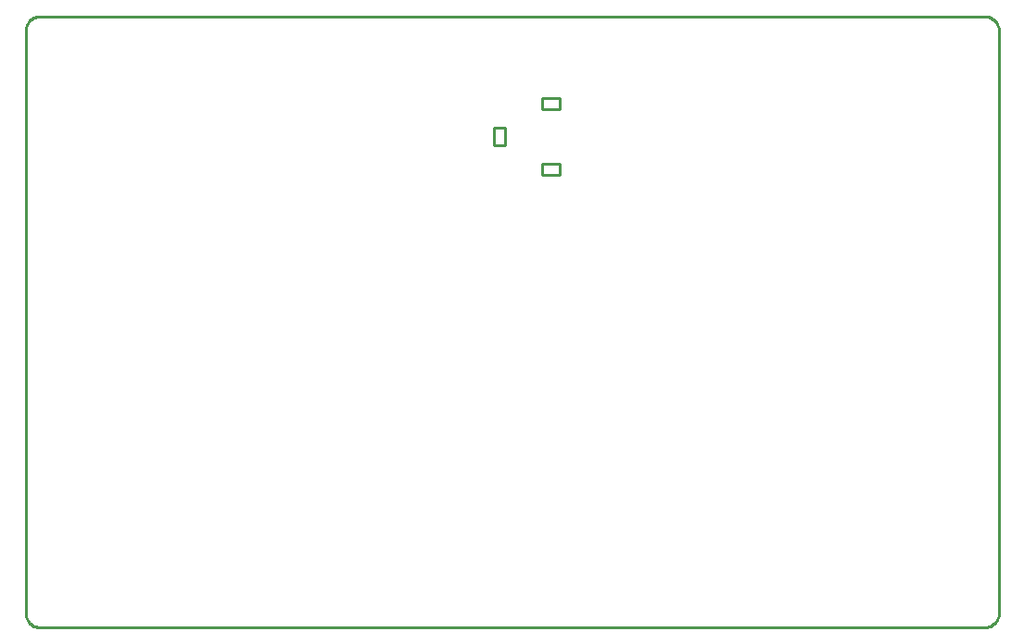
<source format=gbr>
G04 EAGLE Gerber RS-274X export*
G75*
%MOMM*%
%FSLAX34Y34*%
%LPD*%
%IN*%
%IPPOS*%
%AMOC8*
5,1,8,0,0,1.08239X$1,22.5*%
G01*
%ADD10C,0.254000*%


D10*
X0Y12700D02*
X48Y11593D01*
X193Y10495D01*
X433Y9413D01*
X766Y8356D01*
X1190Y7333D01*
X1701Y6350D01*
X2297Y5416D01*
X2971Y4537D01*
X3720Y3720D01*
X4537Y2971D01*
X5416Y2297D01*
X6350Y1701D01*
X7333Y1190D01*
X8356Y766D01*
X9413Y433D01*
X10495Y193D01*
X11593Y48D01*
X12700Y0D01*
X876300Y0D01*
X877407Y48D01*
X878505Y193D01*
X879587Y433D01*
X880644Y766D01*
X881667Y1190D01*
X882650Y1701D01*
X883584Y2297D01*
X884463Y2971D01*
X885280Y3720D01*
X886029Y4537D01*
X886703Y5416D01*
X887299Y6350D01*
X887810Y7333D01*
X888234Y8356D01*
X888567Y9413D01*
X888807Y10495D01*
X888952Y11593D01*
X889000Y12700D01*
X889000Y546100D01*
X888952Y547207D01*
X888807Y548305D01*
X888567Y549387D01*
X888234Y550444D01*
X887810Y551467D01*
X887299Y552450D01*
X886703Y553384D01*
X886029Y554263D01*
X885280Y555080D01*
X884463Y555829D01*
X883584Y556503D01*
X882650Y557099D01*
X881667Y557610D01*
X880644Y558034D01*
X879587Y558367D01*
X878505Y558607D01*
X877407Y558752D01*
X876300Y558800D01*
X12700Y558800D01*
X11593Y558752D01*
X10495Y558607D01*
X9413Y558367D01*
X8356Y558034D01*
X7333Y557610D01*
X6350Y557099D01*
X5416Y556503D01*
X4537Y555829D01*
X3720Y555080D01*
X2971Y554263D01*
X2297Y553384D01*
X1701Y552450D01*
X1190Y551467D01*
X766Y550444D01*
X433Y549387D01*
X193Y548305D01*
X48Y547207D01*
X0Y546100D01*
X0Y12700D01*
X428060Y440870D02*
X438060Y440870D01*
X438060Y456870D01*
X428060Y456870D01*
X428060Y440870D01*
X472060Y413870D02*
X488060Y413870D01*
X488060Y423870D01*
X472060Y423870D01*
X472060Y413870D01*
X472060Y473870D02*
X488060Y473870D01*
X488060Y483870D01*
X472060Y483870D01*
X472060Y473870D01*
M02*

</source>
